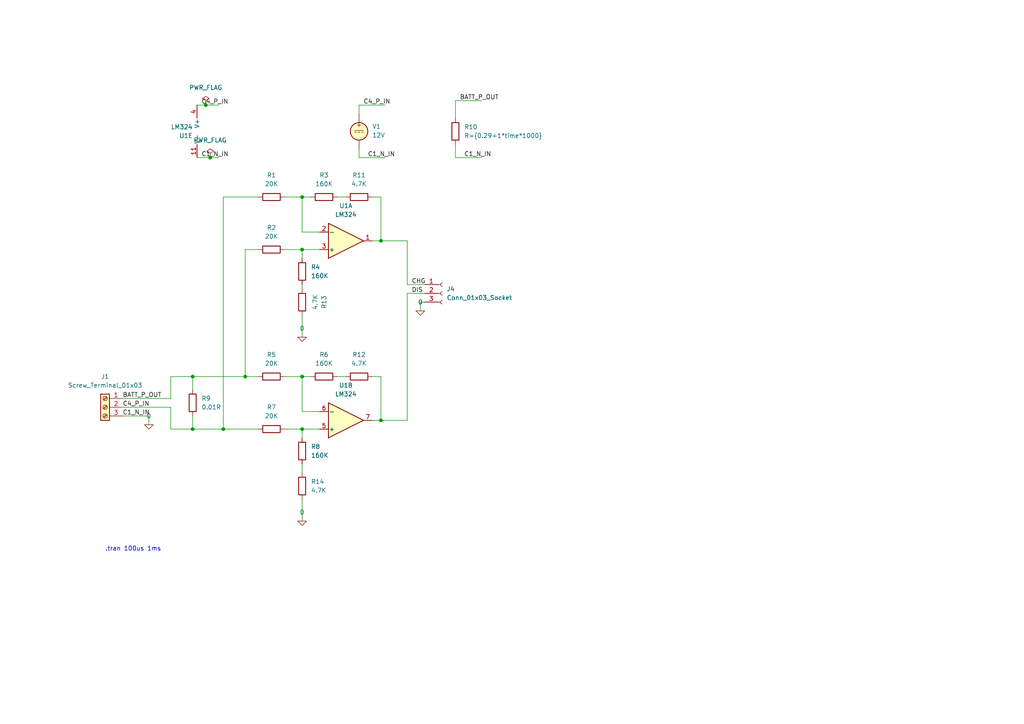
<source format=kicad_sch>
(kicad_sch (version 20230121) (generator eeschema)
  (paper "A4")
  (lib_symbols
    (symbol "Amplifier_Operational:LM324" (pin_names (offset 0.127))
      (property "Reference" "U" (at 0 5.08 0))
      (property "Value" "LM324" (at 0 -5.08 0))
      (symbol "LM324_1_1"
        (polyline (pts (xy -5.08 5.08) (xy 5.08 0) (xy -5.08 -5.08) (xy -5.08 5.08)) (stroke (width 0.254)) (fill (type background)))
        (pin output line (at 7.62 0 180) (length 2.54) (name "~") (number "1"))
        (pin input line (at -7.62 -2.54 0) (length 2.54) (name "-") (number "2"))
        (pin input line (at -7.62 2.54 0) (length 2.54) (name "+") (number "3"))
      )
      (symbol "LM324_2_1"
        (polyline (pts (xy -5.08 5.08) (xy 5.08 0) (xy -5.08 -5.08) (xy -5.08 5.08)) (stroke (width 0.254)) (fill (type background)))
        (pin input line (at -7.62 2.54 0) (length 2.54) (name "+") (number "5"))
        (pin input line (at -7.62 -2.54 0) (length 2.54) (name "-") (number "6"))
        (pin output line (at 7.62 0 180) (length 2.54) (name "~") (number "7"))
      )
      (symbol "LM324_3_1"
        (polyline (pts (xy -5.08 5.08) (xy 5.08 0) (xy -5.08 -5.08) (xy -5.08 5.08)) (stroke (width 0.254)) (fill (type background)))
        (pin input line (at -7.62 2.54 0) (length 2.54) (name "+") (number "10"))
        (pin output line (at 7.62 0 180) (length 2.54) (name "~") (number "8"))
        (pin input line (at -7.62 -2.54 0) (length 2.54) (name "-") (number "9"))
      )
      (symbol "LM324_4_1"
        (polyline (pts (xy -5.08 5.08) (xy 5.08 0) (xy -5.08 -5.08) (xy -5.08 5.08)) (stroke (width 0.254)) (fill (type background)))
        (pin input line (at -7.62 2.54 0) (length 2.54) (name "+") (number "12"))
        (pin input line (at -7.62 -2.54 0) (length 2.54) (name "-") (number "13"))
        (pin output line (at 7.62 0 180) (length 2.54) (name "~") (number "14"))
      )
      (symbol "LM324_5_1"
        (pin power_in line (at -2.54 -7.62 90) (length 3.81) (name "V-") (number "11"))
        (pin power_in line (at -2.54 7.62 270) (length 3.81) (name "V+") (number "4"))
      )
    )
    (symbol "Connector:Conn_01x03_Socket" (pin_names (offset 1.016) hide)
      (property "Reference" "J" (at 0 5.08 0))
      (property "Value" "Conn_01x03_Socket" (at 0 -5.08 0))
      (symbol "Conn_01x03_Socket_1_1"
        (arc (start 0 -2.032) (mid -0.5058 -2.54) (end 0 -3.048) (stroke (width 0.1524)))
        (polyline (pts (xy -1.27 -2.54) (xy -0.508 -2.54)) (stroke (width 0.1524)))
        (polyline (pts (xy -1.27 0) (xy -0.508 0)) (stroke (width 0.1524)))
        (polyline (pts (xy -1.27 2.54) (xy -0.508 2.54)) (stroke (width 0.1524)))
        (arc (start 0 0.508) (mid -0.5058 0) (end 0 -0.508) (stroke (width 0.1524)))
        (arc (start 0 3.048) (mid -0.5058 2.54) (end 0 2.032) (stroke (width 0.1524)))
        (pin passive line (at -5.08 2.54 0) (length 3.81) (name "Pin_1") (number "1"))
        (pin passive line (at -5.08 0 0) (length 3.81) (name "Pin_2") (number "2"))
        (pin passive line (at -5.08 -2.54 0) (length 3.81) (name "Pin_3") (number "3"))
      )
    )
    (symbol "Connector:Screw_Terminal_01x03" (pin_names (offset 1.016) hide)
      (property "Reference" "J" (at 0 5.08 0))
      (property "Value" "Screw_Terminal_01x03" (at 0 -5.08 0))
      (symbol "Screw_Terminal_01x03_1_1"
        (rectangle (start -1.27 3.81) (end 1.27 -3.81) (stroke (width 0.254)) (fill (type background)))
        (circle (center 0 -2.54) (radius 0.635) (stroke (width 0.1524)))
        (polyline (pts (xy -0.5334 -2.2098) (xy 0.3302 -3.048)) (stroke (width 0.1524)))
        (polyline (pts (xy -0.5334 0.3302) (xy 0.3302 -0.508)) (stroke (width 0.1524)))
        (polyline (pts (xy -0.5334 2.8702) (xy 0.3302 2.032)) (stroke (width 0.1524)))
        (polyline (pts (xy -0.3556 -2.032) (xy 0.508 -2.8702)) (stroke (width 0.1524)))
        (polyline (pts (xy -0.3556 0.508) (xy 0.508 -0.3302)) (stroke (width 0.1524)))
        (polyline (pts (xy -0.3556 3.048) (xy 0.508 2.2098)) (stroke (width 0.1524)))
        (circle (center 0 0) (radius 0.635) (stroke (width 0.1524)))
        (circle (center 0 2.54) (radius 0.635) (stroke (width 0.1524)))
        (pin passive line (at -5.08 2.54 0) (length 3.81) (name "Pin_1") (number "1"))
        (pin passive line (at -5.08 0 0) (length 3.81) (name "Pin_2") (number "2"))
        (pin passive line (at -5.08 -2.54 0) (length 3.81) (name "Pin_3") (number "3"))
      )
    )
    (symbol "Device:R" (pin_numbers hide) (pin_names (offset 0))
      (property "Reference" "R" (at 2.032 0 90))
      (property "Value" "R" (at 0 0 90))
      (symbol "R_0_1"
        (rectangle (start -1.016 -2.54) (end 1.016 2.54) (stroke (width 0.254)))
      )
      (symbol "R_1_1"
        (pin passive line (at 0 3.81 270) (length 1.27) (name "~") (number "1"))
        (pin passive line (at 0 -3.81 90) (length 1.27) (name "~") (number "2"))
      )
    )
    (symbol "Simulation_SPICE:0" (power) (pin_names (offset 0))
      (property "Value" "0" (at 0 -1.778 0))
      (symbol "0_0_1"
        (polyline (pts (xy -1.27 0) (xy 0 -1.27) (xy 1.27 0) (xy -1.27 0)))
      )
      (symbol "0_1_1"
        (pin power_in line (at 0 0 0) (length 0) hide (name "0") (number "1"))
      )
    )
    (symbol "Simulation_SPICE:VDC" (pin_numbers hide) (pin_names (offset 0.0254))
      (property "Reference" "V" (at 2.54 2.54 0))
      (property "Value" "1" (at 2.54 0 0))
      (symbol "VDC_0_0"
        (polyline (pts (xy -1.27 0.254) (xy 1.27 0.254)))
        (polyline (pts (xy -0.762 -0.254) (xy -1.27 -0.254)))
        (polyline (pts (xy 0.254 -0.254) (xy -0.254 -0.254)))
        (polyline (pts (xy 1.27 -0.254) (xy 0.762 -0.254)))
        (text "+" (at 0 1.905 0) (effects (font (size 1.27 1.27))))
      )
      (symbol "VDC_0_1"
        (circle (center 0 0) (radius 2.54) (stroke (width 0.254)) (fill (type background)))
      )
      (symbol "VDC_1_1"
        (pin passive line (at 0 5.08 270) (length 2.54) (name "~") (number "1"))
        (pin passive line (at 0 -5.08 90) (length 2.54) (name "~") (number "2"))
      )
    )
    (symbol "power:PWR_FLAG" (power) (pin_numbers hide) (pin_names (offset 0) hide)
      (property "Value" "PWR_FLAG" (at 0 3.81 0))
      (symbol "PWR_FLAG_0_0"
        (pin power_out line (at 0 0 90) (length 0) (name "pwr") (number "1"))
      )
      (symbol "PWR_FLAG_0_1"
        (polyline (pts (xy 0 0) (xy 0 1.27) (xy -1.016 1.905) (xy 0 2.54) (xy 1.016 1.905) (xy 0 1.27)))
      )
    )
  )
  (junction (at 71.12 109.22))
  (junction (at 87.63 124.46))
  (junction (at 87.63 109.22))
  (junction (at 59.69 30.48))
  (junction (at 55.88 109.22))
  (junction (at 87.63 72.39))
  (junction (at 55.88 124.46))
  (junction (at 60.96 45.72))
  (junction (at 64.77 124.46))
  (junction (at 110.49 121.92))
  (junction (at 110.49 69.85))
  (junction (at 87.63 57.15))
  (wire (pts (xy 87.63 67.31) (xy 92.71 67.31)))
  (wire (pts (xy 49.53 115.57) (xy 49.53 109.22)))
  (wire (pts (xy 118.11 69.85) (xy 118.11 82.55)))
  (wire (pts (xy 35.56 118.11) (xy 49.53 118.11)))
  (wire (pts (xy 82.55 124.46) (xy 87.63 124.46)))
  (wire (pts (xy 74.93 57.15) (xy 64.77 57.15)))
  (wire (pts (xy 110.49 121.92) (xy 107.95 121.92)))
  (wire (pts (xy 110.49 121.92) (xy 118.11 121.92)))
  (wire (pts (xy 132.08 45.72) (xy 139.7 45.72)))
  (wire (pts (xy 107.95 57.15) (xy 110.49 57.15)))
  (wire (pts (xy 87.63 144.78) (xy 87.63 151.13)))
  (wire (pts (xy 55.88 109.22) (xy 55.88 113.03)))
  (wire (pts (xy 87.63 57.15) (xy 87.63 67.31)))
  (wire (pts (xy 104.14 30.48) (xy 111.76 30.48)))
  (wire (pts (xy 104.14 45.72) (xy 111.76 45.72)))
  (wire (pts (xy 104.14 43.18) (xy 104.14 45.72)))
  (wire (pts (xy 43.18 120.65) (xy 43.18 123.19)))
  (wire (pts (xy 132.08 29.21) (xy 132.08 34.29)))
  (wire (pts (xy 87.63 134.62) (xy 87.63 137.16)))
  (wire (pts (xy 64.77 57.15) (xy 64.77 124.46)))
  (wire (pts (xy 87.63 72.39) (xy 92.71 72.39)))
  (wire (pts (xy 57.15 30.48) (xy 59.69 30.48)))
  (wire (pts (xy 60.96 45.72) (xy 63.5 45.72)))
  (wire (pts (xy 110.49 69.85) (xy 118.11 69.85)))
  (wire (pts (xy 107.95 109.22) (xy 110.49 109.22)))
  (wire (pts (xy 55.88 109.22) (xy 71.12 109.22)))
  (wire (pts (xy 123.19 87.63) (xy 121.92 87.63)))
  (wire (pts (xy 49.53 118.11) (xy 49.53 124.46)))
  (wire (pts (xy 110.49 109.22) (xy 110.49 121.92)))
  (wire (pts (xy 97.79 57.15) (xy 100.33 57.15)))
  (wire (pts (xy 118.11 121.92) (xy 118.11 85.09)))
  (wire (pts (xy 55.88 124.46) (xy 64.77 124.46)))
  (wire (pts (xy 87.63 91.44) (xy 87.63 97.79)))
  (wire (pts (xy 49.53 109.22) (xy 55.88 109.22)))
  (wire (pts (xy 59.69 30.48) (xy 63.5 30.48)))
  (wire (pts (xy 87.63 124.46) (xy 87.63 127)))
  (wire (pts (xy 87.63 119.38) (xy 92.71 119.38)))
  (wire (pts (xy 87.63 109.22) (xy 87.63 119.38)))
  (wire (pts (xy 82.55 57.15) (xy 87.63 57.15)))
  (wire (pts (xy 90.17 57.15) (xy 87.63 57.15)))
  (wire (pts (xy 71.12 109.22) (xy 74.93 109.22)))
  (wire (pts (xy 49.53 124.46) (xy 55.88 124.46)))
  (wire (pts (xy 121.92 87.63) (xy 121.92 90.17)))
  (wire (pts (xy 97.79 109.22) (xy 100.33 109.22)))
  (wire (pts (xy 82.55 72.39) (xy 87.63 72.39)))
  (wire (pts (xy 87.63 124.46) (xy 92.71 124.46)))
  (wire (pts (xy 74.93 72.39) (xy 71.12 72.39)))
  (wire (pts (xy 55.88 120.65) (xy 55.88 124.46)))
  (wire (pts (xy 132.08 29.21) (xy 139.7 29.21)))
  (wire (pts (xy 82.55 109.22) (xy 87.63 109.22)))
  (wire (pts (xy 118.11 85.09) (xy 123.19 85.09)))
  (wire (pts (xy 71.12 72.39) (xy 71.12 109.22)))
  (wire (pts (xy 87.63 82.55) (xy 87.63 83.82)))
  (wire (pts (xy 35.56 120.65) (xy 43.18 120.65)))
  (wire (pts (xy 132.08 41.91) (xy 132.08 45.72)))
  (wire (pts (xy 90.17 109.22) (xy 87.63 109.22)))
  (wire (pts (xy 87.63 74.93) (xy 87.63 72.39)))
  (wire (pts (xy 107.95 69.85) (xy 110.49 69.85)))
  (wire (pts (xy 35.56 115.57) (xy 49.53 115.57)))
  (wire (pts (xy 64.77 124.46) (xy 74.93 124.46)))
  (wire (pts (xy 57.15 45.72) (xy 60.96 45.72)))
  (wire (pts (xy 110.49 57.15) (xy 110.49 69.85)))
  (wire (pts (xy 104.14 30.48) (xy 104.14 33.02)))
  (wire (pts (xy 118.11 82.55) (xy 123.19 82.55)))
  (text ".tran 100us 1ms" (at 30.48 160.02 0) (effects (font (size 1.27 1.27)) (justify left bottom)))
  (label "C1_N_IN" (at 35.56 120.65 0))
  (label "BATT_P_OUT" (at 35.56 115.57 0))
  (label "CHG" (at 119.38 82.55 0))
  (label "BATT_P_OUT" (at 133.35 29.21 0))
  (label "C1_N_IN" (at 58.42 45.72 0))
  (label "C4_P_IN" (at 58.42 30.48 0))
  (label "C4_P_IN" (at 35.56 118.11 0))
  (label "C1_N_IN" (at 106.68 45.72 0))
  (label "C1_N_IN" (at 134.62 45.72 0))
  (label "DIS" (at 119.38 85.09 0))
  (label "C4_P_IN" (at 105.41 30.48 0))
  (symbol (lib_id "Device:R") (at 93.98 57.15 90) (unit 1)
    (property "Reference" "R3" (at 93.98 50.8 90))
    (property "Value" "160K" (at 93.98 53.34 90))
    (property "Footprint" "Resistor_THT:R_Axial_DIN0207_L6.3mm_D2.5mm_P7.62mm_Horizontal" (effects hide))
  )
  (symbol (lib_id "Amplifier_Operational:LM324") (at 59.69 38.1 0) (unit 5)
    (property "Reference" "U1" (at 55.88 39.37 0) (effects (justify right)))
    (property "Value" "LM324" (at 55.88 36.83 0) (effects (justify right)))
    (property "Footprint" "Package_DIP:DIP-14_W7.62mm_Socket" (effects hide))
    (property "Datasheet" "http://www.ti.com/lit/ds/symlink/lm2902-n.pdf" (effects hide))
    (property "Sim.Library" "C:\\Users\\siyxu\\Documents\\vamk\\EmbeddedSystemProject\\PCB\\ShuntCurrentMeter\\LM324-QUAD.lib" (effects hide))
    (property "Sim.Name" "LM324-QUAD" (effects hide))
    (property "Sim.Device" "SUBCKT" (effects hide))
    (property "Sim.Pins" "1=1out 2=1in- 3=1in+ 4=vcc+ 5=2in+ 6=2in- 7=2out 8=3out 9=3in- 10=3in+ 11=vcc- 12=4in+ 13=4in- 14=4out" (effects hide))
  )
  (symbol (lib_id "Device:R") (at 87.63 87.63 0) (unit 1)
    (property "Reference" "R13" (at 93.98 87.63 90))
    (property "Value" "4.7K" (at 91.44 87.63 90))
    (property "Footprint" "Resistor_THT:R_Axial_DIN0207_L6.3mm_D2.5mm_P7.62mm_Horizontal" (effects hide))
  )
  (symbol (lib_id "Simulation_SPICE:0") (at 87.63 97.79 0) (unit 1)
    (property "Reference" "#GND02" (effects hide))
    (property "Value" "0" (at 87.63 95.25 0))
  )
  (symbol (lib_id "Amplifier_Operational:LM324") (at 100.33 69.85 0) (mirror x) (unit 1)
    (property "Reference" "U1" (at 100.33 59.69 0))
    (property "Value" "LM324" (at 100.33 62.23 0))
    (property "Footprint" "Package_DIP:DIP-14_W7.62mm_Socket" (effects hide))
    (property "Datasheet" "http://www.ti.com/lit/ds/symlink/lm2902-n.pdf" (effects hide))
    (property "Sim.Library" "C:\\Users\\siyxu\\Documents\\vamk\\EmbeddedSystemProject\\PCB\\ShuntCurrentMeter\\LM324-QUAD.lib" (effects hide))
    (property "Sim.Name" "LM324-QUAD" (effects hide))
    (property "Sim.Device" "SUBCKT" (effects hide))
    (property "Sim.Pins" "1=1out 2=1in- 3=1in+ 4=vcc+ 5=2in+ 6=2in- 7=2out 8=3out 9=3in- 10=3in+ 11=vcc- 12=4in+ 13=4in- 14=4out" (effects hide))
  )
  (symbol (lib_id "Device:R") (at 55.88 116.84 0) (unit 1)
    (property "Reference" "R9" (at 58.42 115.57 0) (effects (justify left)))
    (property "Value" "0.01R" (at 58.42 118.11 0) (effects (justify left)))
    (property "Footprint" "Resistor_THT:R_Axial_DIN0411_L9.9mm_D3.6mm_P12.70mm_Horizontal" (effects hide))
  )
  (symbol (lib_id "Device:R") (at 87.63 140.97 0) (unit 1)
    (property "Reference" "R14" (at 90.17 139.7 0) (effects (justify left)))
    (property "Value" "4.7K" (at 90.17 142.24 0) (effects (justify left)))
    (property "Footprint" "Resistor_THT:R_Axial_DIN0207_L6.3mm_D2.5mm_P7.62mm_Horizontal" (effects hide))
  )
  (symbol (lib_id "Device:R") (at 132.08 38.1 0) (unit 1) (on_board no)
    (property "Reference" "R10" (at 134.62 36.83 0) (effects (justify left)))
    (property "Value" "R={0.29+1*time*1000}" (at 134.62 39.37 0) (effects (justify left)))
  )
  (symbol (lib_id "Device:R") (at 78.74 124.46 90) (unit 1)
    (property "Reference" "R7" (at 78.74 118.11 90))
    (property "Value" "20K" (at 78.74 120.65 90))
    (property "Footprint" "Resistor_THT:R_Axial_DIN0207_L6.3mm_D2.5mm_P7.62mm_Horizontal" (effects hide))
  )
  (symbol (lib_id "Connector:Screw_Terminal_01x03") (at 30.48 118.11 0) (mirror y) (unit 1)
    (property "Reference" "J1" (at 30.48 109.22 0))
    (property "Value" "Screw_Terminal_01x03" (at 30.48 111.76 0))
    (property "Footprint" "TerminalBlock:TerminalBlock_bornier-3_P5.08mm" (effects hide))
    (property "Sim.Enable" "0" (effects hide))
  )
  (symbol (lib_id "Simulation_SPICE:0") (at 43.18 123.19 0) (unit 1)
    (property "Reference" "#GND05" (effects hide))
    (property "Value" "0" (at 43.18 120.65 0))
  )
  (symbol (lib_id "Amplifier_Operational:LM324") (at 100.33 121.92 0) (mirror x) (unit 2)
    (property "Reference" "U1" (at 100.33 111.76 0))
    (property "Value" "LM324" (at 100.33 114.3 0))
    (property "Footprint" "Package_DIP:DIP-14_W7.62mm_Socket" (effects hide))
    (property "Datasheet" "http://www.ti.com/lit/ds/symlink/lm2902-n.pdf" (effects hide))
    (property "Sim.Library" "C:\\Users\\siyxu\\Documents\\vamk\\EmbeddedSystemProject\\PCB\\ShuntCurrentMeter\\LM324-QUAD.lib" (effects hide))
    (property "Sim.Name" "LM324-QUAD" (effects hide))
    (property "Sim.Device" "SUBCKT" (effects hide))
    (property "Sim.Pins" "1=1out 2=1in- 3=1in+ 4=vcc+ 5=2in+ 6=2in- 7=2out 8=3out 9=3in- 10=3in+ 11=vcc- 12=4in+ 13=4in- 14=4out" (effects hide))
  )
  (symbol (lib_id "Simulation_SPICE:0") (at 87.63 151.13 0) (unit 1)
    (property "Reference" "#GND03" (effects hide))
    (property "Value" "0" (at 87.63 148.59 0))
  )
  (symbol (lib_id "Device:R") (at 104.14 57.15 90) (unit 1)
    (property "Reference" "R11" (at 104.14 50.8 90))
    (property "Value" "4.7K" (at 104.14 53.34 90))
    (property "Footprint" "Resistor_THT:R_Axial_DIN0207_L6.3mm_D2.5mm_P7.62mm_Horizontal" (effects hide))
  )
  (symbol (lib_id "Simulation_SPICE:VDC") (at 104.14 38.1 0) (unit 1) (on_board no)
    (property "Reference" "V1" (at 107.95 36.7002 0) (effects (justify left)))
    (property "Value" "12V" (at 107.95 39.2402 0) (effects (justify left)))
    (property "Sim.Pins" "1=+ 2=-" (effects hide))
    (property "Sim.Type" "DC" (effects hide))
    (property "Sim.Device" "V" (effects hide))
  )
  (symbol (lib_id "Device:R") (at 78.74 109.22 90) (unit 1) (in_bom no)
    (property "Reference" "R5" (at 78.74 102.87 90))
    (property "Value" "20K" (at 78.74 105.41 90))
    (property "Footprint" "Resistor_THT:R_Axial_DIN0207_L6.3mm_D2.5mm_P7.62mm_Horizontal" (effects hide))
  )
  (symbol (lib_id "power:PWR_FLAG") (at 60.96 45.72 0) (unit 1)
    (property "Reference" "#FLG01" (effects hide))
    (property "Value" "PWR_FLAG" (at 60.96 40.64 0))
  )
  (symbol (lib_id "Device:R") (at 104.14 109.22 90) (unit 1)
    (property "Reference" "R12" (at 104.14 102.87 90))
    (property "Value" "4.7K" (at 104.14 105.41 90))
    (property "Footprint" "Resistor_THT:R_Axial_DIN0207_L6.3mm_D2.5mm_P7.62mm_Horizontal" (effects hide))
  )
  (symbol (lib_id "Simulation_SPICE:0") (at 121.92 90.17 0) (unit 1)
    (property "Reference" "#GND04" (effects hide))
    (property "Value" "0" (at 121.92 87.63 0))
  )
  (symbol (lib_id "Device:R") (at 78.74 72.39 90) (unit 1)
    (property "Reference" "R2" (at 78.74 66.04 90))
    (property "Value" "20K" (at 78.74 68.58 90))
    (property "Footprint" "Resistor_THT:R_Axial_DIN0207_L6.3mm_D2.5mm_P7.62mm_Horizontal" (effects hide))
  )
  (symbol (lib_id "Device:R") (at 78.74 57.15 90) (unit 1)
    (property "Reference" "R1" (at 78.74 50.8 90))
    (property "Value" "20K" (at 78.74 53.34 90))
    (property "Footprint" "Resistor_THT:R_Axial_DIN0207_L6.3mm_D2.5mm_P7.62mm_Horizontal" (effects hide))
  )
  (symbol (lib_id "Device:R") (at 93.98 109.22 90) (unit 1)
    (property "Reference" "R6" (at 93.98 102.87 90))
    (property "Value" "160K" (at 93.98 105.41 90))
    (property "Footprint" "Resistor_THT:R_Axial_DIN0207_L6.3mm_D2.5mm_P7.62mm_Horizontal" (effects hide))
  )
  (symbol (lib_id "Device:R") (at 87.63 78.74 180) (unit 1)
    (property "Reference" "R4" (at 90.17 77.47 0) (effects (justify right)))
    (property "Value" "160K" (at 90.17 80.01 0) (effects (justify right)))
    (property "Footprint" "Resistor_THT:R_Axial_DIN0207_L6.3mm_D2.5mm_P7.62mm_Horizontal" (effects hide))
  )
  (symbol (lib_id "Device:R") (at 87.63 130.81 0) (unit 1)
    (property "Reference" "R8" (at 90.17 129.54 0) (effects (justify left)))
    (property "Value" "160K" (at 90.17 132.08 0) (effects (justify left)))
    (property "Footprint" "Resistor_THT:R_Axial_DIN0207_L6.3mm_D2.5mm_P7.62mm_Horizontal" (effects hide))
  )
  (symbol (lib_id "Connector:Conn_01x03_Socket") (at 128.27 85.09 0) (unit 1)
    (property "Reference" "J4" (at 129.54 83.82 0) (effects (justify left)))
    (property "Value" "Conn_01x03_Socket" (at 129.54 86.36 0) (effects (justify left)))
    (property "Footprint" "Connector_PinSocket_1.27mm:PinSocket_1x03_P1.27mm_Vertical" (effects hide))
    (property "Sim.Enable" "0" (effects hide))
  )
  (symbol (lib_id "power:PWR_FLAG") (at 59.69 30.48 0) (unit 1)
    (property "Reference" "#FLG02" (effects hide))
    (property "Value" "PWR_FLAG" (at 59.69 25.4 0))
  )
)
</source>
